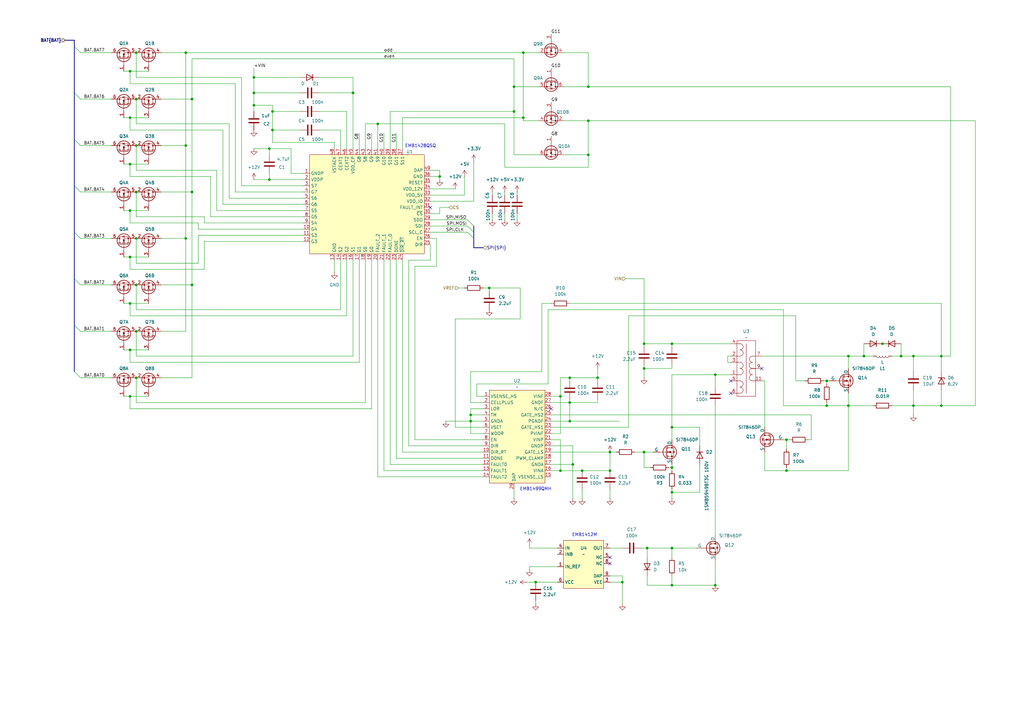
<source format=kicad_sch>
(kicad_sch (version 20250114) (generator "eeschema") (generator_version "9.0")
  (paper "A3")
  (text "EMB1499QMH\n" (at 219.71 200.66 0) (effects (font (size 1.27 1.27))))
  (text "EMB1428QSQ\n" (at 172.466 59.944 0) (effects (font (size 1.27 1.27))))
  (text "EMB1412M\n" (at 239.776 219.456 0) (effects (font (size 1.27 1.27))))
  (junction (at 55.88 97.79))
  (junction (at 275.59 201.93))
  (junction (at 53.34 124.46))
  (junction (at 255.27 238.76))
  (junction (at 55.88 78.74))
  (junction (at 104.14 31.75))
  (junction (at 233.68 172.72))
  (junction (at 214.63 21.59))
  (junction (at 53.34 29.21))
  (junction (at 275.59 140.97))
  (junction (at 361.95 140.97))
  (junction (at 180.34 72.39))
  (junction (at 245.11 154.94))
  (junction (at 53.34 143.51))
  (junction (at 111.76 53.34))
  (junction (at 53.34 48.26))
  (junction (at 53.34 105.41))
  (junction (at 193.04 172.72))
  (junction (at 104.14 38.1))
  (junction (at 229.87 193.04))
  (junction (at 265.43 224.79))
  (junction (at 275.59 191.77))
  (junction (at 264.16 185.42))
  (junction (at 339.09 166.37))
  (junction (at 250.19 185.42))
  (junction (at 76.2 21.59))
  (junction (at 347.98 146.05))
  (junction (at 53.34 86.36))
  (junction (at 386.08 146.05))
  (junction (at 238.76 193.04))
  (junction (at 241.3 63.5))
  (junction (at 374.65 166.37))
  (junction (at 55.88 59.69))
  (junction (at 55.88 154.94))
  (junction (at 322.58 193.04))
  (junction (at 234.95 190.5))
  (junction (at 110.49 73.66))
  (junction (at 241.3 49.53))
  (junction (at 264.16 140.97))
  (junction (at 53.34 67.31))
  (junction (at 264.16 151.13))
  (junction (at 144.78 38.1))
  (junction (at 55.88 116.84))
  (junction (at 78.74 116.84))
  (junction (at 111.76 45.72))
  (junction (at 76.2 59.69))
  (junction (at 293.37 153.67))
  (junction (at 275.59 175.26))
  (junction (at 104.14 43.18))
  (junction (at 241.3 35.56))
  (junction (at 275.59 224.79))
  (junction (at 76.2 97.79))
  (junction (at 233.68 154.94))
  (junction (at 233.68 165.1))
  (junction (at 55.88 40.64))
  (junction (at 322.58 180.34))
  (junction (at 354.33 146.05))
  (junction (at 53.34 162.56))
  (junction (at 250.19 193.04))
  (junction (at 55.88 21.59))
  (junction (at 347.98 166.37))
  (junction (at 374.65 146.05))
  (junction (at 78.74 40.64))
  (junction (at 210.82 45.72))
  (junction (at 229.87 162.56))
  (junction (at 78.74 78.74))
  (junction (at 154.94 50.8))
  (junction (at 110.49 60.96))
  (junction (at 55.88 135.89))
  (junction (at 200.66 118.11))
  (junction (at 386.08 166.37))
  (junction (at 369.57 146.05))
  (junction (at 339.09 156.21))
  (junction (at 210.82 35.56))
  (junction (at 193.04 170.18))
  (junction (at 214.63 48.26))
  (junction (at 293.37 240.03))
  (junction (at 275.59 240.03))
  (junction (at 219.71 238.76))
  (no_connect (at 250.19 231.14))
  (no_connect (at 299.72 161.29))
  (no_connect (at 226.06 167.64))
  (no_connect (at 250.19 228.6))
  (no_connect (at 312.42 151.13))
  (no_connect (at 299.72 156.21))
  (no_connect (at 176.53 85.09))
  (bus_entry (at 30.48 95.25) (size 2.54 2.54))
  (bus_entry (at 30.48 38.1) (size 2.54 2.54))
  (bus_entry (at 30.48 114.3) (size 2.54 2.54))
  (bus_entry (at 191.77 90.17) (size 2.54 2.54))
  (bus_entry (at 30.48 133.35) (size 2.54 2.54))
  (bus_entry (at 30.48 19.05) (size 2.54 2.54))
  (bus_entry (at 191.77 95.25) (size 2.54 2.54))
  (bus_entry (at 191.77 92.71) (size 2.54 2.54))
  (bus_entry (at 30.48 76.2) (size 2.54 2.54))
  (bus_entry (at 30.48 152.4) (size 2.54 2.54))
  (bus_entry (at 30.48 57.15) (size 2.54 2.54))
  (wire (pts (xy 53.34 143.51) (xy 60.96 143.51)))
  (wire (pts (xy 212.09 90.17) (xy 212.09 87.63)))
  (wire (pts (xy 365.76 166.37) (xy 374.65 166.37)))
  (wire (pts (xy 322.58 180.34) (xy 323.85 180.34)))
  (wire (pts (xy 55.88 59.69) (xy 55.88 69.85)))
  (wire (pts (xy 322.58 193.04) (xy 313.69 193.04)))
  (wire (pts (xy 55.88 97.79) (xy 55.88 107.95)))
  (wire (pts (xy 210.82 45.72) (xy 210.82 63.5)))
  (wire (pts (xy 110.49 73.66) (xy 124.46 73.66)))
  (wire (pts (xy 111.76 45.72) (xy 123.19 45.72)))
  (wire (pts (xy 222.25 152.4) (xy 222.25 124.46)))
  (wire (pts (xy 55.88 154.94) (xy 55.88 165.1)))
  (wire (pts (xy 275.59 191.77) (xy 275.59 193.04)))
  (wire (pts (xy 149.86 50.8) (xy 149.86 60.96)))
  (wire (pts (xy 275.59 140.97) (xy 264.16 140.97)))
  (wire (pts (xy 180.34 85.09) (xy 180.34 87.63)))
  (wire (pts (xy 339.09 156.21) (xy 337.82 156.21)))
  (wire (pts (xy 275.59 236.22) (xy 275.59 240.03)))
  (wire (pts (xy 229.87 162.56) (xy 229.87 154.94)))
  (wire (pts (xy 219.71 238.76) (xy 228.6 238.76)))
  (wire (pts (xy 55.88 146.05) (xy 144.78 146.05)))
  (wire (pts (xy 369.57 146.05) (xy 374.65 146.05)))
  (wire (pts (xy 238.76 200.66) (xy 238.76 204.47)))
  (wire (pts (xy 275.59 201.93) (xy 287.02 201.93)))
  (wire (pts (xy 226.06 165.1) (xy 233.68 165.1)))
  (wire (pts (xy 55.88 40.64) (xy 55.88 50.8)))
  (wire (pts (xy 331.47 180.34) (xy 332.74 180.34)))
  (wire (pts (xy 287.02 175.26) (xy 275.59 175.26)))
  (wire (pts (xy 187.96 118.11) (xy 190.5 118.11)))
  (wire (pts (xy 200.66 118.11) (xy 213.36 118.11)))
  (bus (pts (xy 198.12 101.6) (xy 194.31 101.6)))
  (wire (pts (xy 234.95 182.88) (xy 234.95 190.5)))
  (wire (pts (xy 53.34 162.56) (xy 53.34 167.64)))
  (wire (pts (xy 50.8 105.41) (xy 53.34 105.41)))
  (wire (pts (xy 193.04 177.8) (xy 193.04 172.72)))
  (wire (pts (xy 176.53 95.25) (xy 191.77 95.25)))
  (wire (pts (xy 119.38 60.96) (xy 110.49 60.96)))
  (wire (pts (xy 176.53 72.39) (xy 180.34 72.39)))
  (wire (pts (xy 53.34 167.64) (xy 152.4 167.64)))
  (wire (pts (xy 55.88 127) (xy 139.7 127)))
  (wire (pts (xy 229.87 180.34) (xy 229.87 193.04)))
  (wire (pts (xy 123.19 38.1) (xy 104.14 38.1)))
  (wire (pts (xy 142.24 106.68) (xy 142.24 129.54)))
  (wire (pts (xy 275.59 201.93) (xy 275.59 204.47)))
  (wire (pts (xy 78.74 40.64) (xy 78.74 78.74)))
  (wire (pts (xy 193.04 152.4) (xy 222.25 152.4)))
  (wire (pts (xy 213.36 118.11) (xy 213.36 130.81)))
  (wire (pts (xy 238.76 193.04) (xy 250.19 193.04)))
  (wire (pts (xy 176.53 92.71) (xy 191.77 92.71)))
  (wire (pts (xy 400.05 166.37) (xy 400.05 49.53)))
  (bus (pts (xy 30.48 76.2) (xy 30.48 95.25)))
  (bus (pts (xy 194.31 92.71) (xy 194.31 95.25)))
  (wire (pts (xy 264.16 114.3) (xy 264.16 140.97)))
  (wire (pts (xy 262.89 224.79) (xy 265.43 224.79)))
  (wire (pts (xy 287.02 182.88) (xy 287.02 175.26)))
  (wire (pts (xy 275.59 140.97) (xy 299.72 140.97)))
  (wire (pts (xy 33.02 21.59) (xy 45.72 21.59)))
  (wire (pts (xy 104.14 38.1) (xy 104.14 43.18)))
  (wire (pts (xy 217.17 232.41) (xy 228.6 232.41)))
  (wire (pts (xy 245.11 151.13) (xy 245.11 154.94)))
  (bus (pts (xy 30.48 38.1) (xy 30.48 57.15)))
  (wire (pts (xy 78.74 24.13) (xy 210.82 24.13)))
  (wire (pts (xy 374.65 166.37) (xy 386.08 166.37)))
  (wire (pts (xy 33.02 135.89) (xy 45.72 135.89)))
  (wire (pts (xy 53.34 105.41) (xy 53.34 110.49)))
  (wire (pts (xy 78.74 78.74) (xy 78.74 116.84)))
  (wire (pts (xy 214.63 21.59) (xy 220.98 21.59)))
  (wire (pts (xy 53.34 48.26) (xy 53.34 53.34)))
  (wire (pts (xy 83.82 91.44) (xy 124.46 91.44)))
  (wire (pts (xy 207.01 50.8) (xy 207.01 68.58)))
  (wire (pts (xy 53.34 143.51) (xy 53.34 148.59)))
  (wire (pts (xy 386.08 166.37) (xy 400.05 166.37)))
  (wire (pts (xy 374.65 152.4) (xy 374.65 146.05)))
  (wire (pts (xy 76.2 59.69) (xy 76.2 21.59)))
  (wire (pts (xy 157.48 54.61) (xy 157.48 60.96)))
  (wire (pts (xy 157.48 106.68) (xy 157.48 193.04)))
  (wire (pts (xy 210.82 35.56) (xy 210.82 45.72)))
  (wire (pts (xy 190.5 72.39) (xy 190.5 80.01)))
  (wire (pts (xy 93.98 50.8) (xy 93.98 81.28)))
  (wire (pts (xy 50.8 86.36) (xy 53.34 86.36)))
  (wire (pts (xy 339.09 166.37) (xy 339.09 165.1)))
  (wire (pts (xy 147.32 54.61) (xy 147.32 60.96)))
  (wire (pts (xy 226.06 193.04) (xy 229.87 193.04)))
  (wire (pts (xy 91.44 83.82) (xy 124.46 83.82)))
  (wire (pts (xy 322.58 193.04) (xy 347.98 193.04)))
  (wire (pts (xy 332.74 170.18) (xy 332.74 180.34)))
  (wire (pts (xy 170.18 109.22) (xy 170.18 180.34)))
  (wire (pts (xy 165.1 185.42) (xy 198.12 185.42)))
  (wire (pts (xy 210.82 35.56) (xy 220.98 35.56)))
  (wire (pts (xy 104.14 38.1) (xy 104.14 31.75)))
  (wire (pts (xy 186.69 130.81) (xy 186.69 175.26)))
  (wire (pts (xy 53.34 162.56) (xy 60.96 162.56)))
  (wire (pts (xy 93.98 81.28) (xy 124.46 81.28)))
  (wire (pts (xy 264.16 151.13) (xy 264.16 154.94)))
  (wire (pts (xy 91.44 53.34) (xy 91.44 83.82)))
  (wire (pts (xy 184.15 85.09) (xy 180.34 85.09)))
  (wire (pts (xy 241.3 35.56) (xy 389.89 35.56)))
  (wire (pts (xy 233.68 172.72) (xy 233.68 165.1)))
  (wire (pts (xy 233.68 154.94) (xy 245.11 154.94)))
  (wire (pts (xy 266.7 191.77) (xy 264.16 191.77)))
  (bus (pts (xy 30.48 19.05) (xy 30.48 38.1)))
  (wire (pts (xy 347.98 166.37) (xy 358.14 166.37)))
  (wire (pts (xy 347.98 151.13) (xy 347.98 146.05)))
  (wire (pts (xy 104.14 60.96) (xy 110.49 60.96)))
  (wire (pts (xy 53.34 53.34) (xy 91.44 53.34)))
  (bus (pts (xy 30.48 114.3) (xy 30.48 133.35)))
  (wire (pts (xy 193.04 165.1) (xy 193.04 152.4)))
  (wire (pts (xy 186.69 77.47) (xy 176.53 77.47)))
  (bus (pts (xy 30.48 133.35) (xy 30.48 152.4)))
  (wire (pts (xy 194.31 66.04) (xy 194.31 82.55)))
  (wire (pts (xy 201.93 90.17) (xy 201.93 87.63)))
  (wire (pts (xy 53.34 48.26) (xy 60.96 48.26)))
  (wire (pts (xy 389.89 35.56) (xy 389.89 146.05)))
  (wire (pts (xy 226.06 175.26) (xy 257.81 175.26)))
  (wire (pts (xy 275.59 191.77) (xy 274.32 191.77)))
  (wire (pts (xy 229.87 154.94) (xy 233.68 154.94)))
  (wire (pts (xy 66.04 59.69) (xy 76.2 59.69)))
  (wire (pts (xy 144.78 31.75) (xy 144.78 38.1)))
  (wire (pts (xy 190.5 80.01) (xy 176.53 80.01)))
  (wire (pts (xy 250.19 238.76) (xy 255.27 238.76)))
  (wire (pts (xy 226.06 170.18) (xy 332.74 170.18)))
  (wire (pts (xy 53.34 86.36) (xy 53.34 91.44)))
  (wire (pts (xy 226.06 172.72) (xy 233.68 172.72)))
  (wire (pts (xy 250.19 200.66) (xy 250.19 204.47)))
  (wire (pts (xy 354.33 146.05) (xy 358.14 146.05)))
  (wire (pts (xy 110.49 71.12) (xy 110.49 73.66)))
  (wire (pts (xy 149.86 165.1) (xy 149.86 106.68)))
  (wire (pts (xy 53.34 29.21) (xy 53.34 34.29)))
  (wire (pts (xy 55.88 116.84) (xy 55.88 127)))
  (wire (pts (xy 104.14 31.75) (xy 104.14 27.94)))
  (wire (pts (xy 374.65 166.37) (xy 374.65 170.18)))
  (wire (pts (xy 293.37 153.67) (xy 275.59 153.67)))
  (wire (pts (xy 313.69 193.04) (xy 313.69 185.42)))
  (wire (pts (xy 224.79 127) (xy 321.31 127)))
  (wire (pts (xy 137.16 60.96) (xy 137.16 58.42)))
  (wire (pts (xy 162.56 187.96) (xy 198.12 187.96)))
  (wire (pts (xy 96.52 34.29) (xy 96.52 78.74)))
  (wire (pts (xy 250.19 224.79) (xy 255.27 224.79)))
  (wire (pts (xy 326.39 129.54) (xy 326.39 156.21)))
  (wire (pts (xy 207.01 78.74) (xy 207.01 80.01)))
  (wire (pts (xy 212.09 78.74) (xy 212.09 80.01)))
  (wire (pts (xy 313.69 156.21) (xy 313.69 175.26)))
  (wire (pts (xy 264.16 191.77) (xy 264.16 185.42)))
  (wire (pts (xy 298.45 148.59) (xy 299.72 148.59)))
  (wire (pts (xy 234.95 190.5) (xy 234.95 204.47)))
  (wire (pts (xy 200.66 118.11) (xy 200.66 119.38)))
  (wire (pts (xy 224.79 157.48) (xy 224.79 127)))
  (wire (pts (xy 55.88 69.85) (xy 88.9 69.85)))
  (wire (pts (xy 137.16 106.68) (xy 137.16 111.76)))
  (wire (pts (xy 50.8 162.56) (xy 53.34 162.56)))
  (wire (pts (xy 111.76 58.42) (xy 111.76 53.34)))
  (wire (pts (xy 154.94 195.58) (xy 198.12 195.58)))
  (wire (pts (xy 76.2 135.89) (xy 76.2 97.79)))
  (wire (pts (xy 179.07 109.22) (xy 170.18 109.22)))
  (wire (pts (xy 78.74 78.74) (xy 66.04 78.74)))
  (wire (pts (xy 193.04 172.72) (xy 198.12 172.72)))
  (wire (pts (xy 76.2 97.79) (xy 76.2 59.69)))
  (wire (pts (xy 198.12 118.11) (xy 200.66 118.11)))
  (wire (pts (xy 152.4 106.68) (xy 152.4 167.64)))
  (wire (pts (xy 33.02 78.74) (xy 45.72 78.74)))
  (wire (pts (xy 339.09 156.21) (xy 339.09 157.48)))
  (wire (pts (xy 195.58 157.48) (xy 224.79 157.48)))
  (wire (pts (xy 340.36 156.21) (xy 339.09 156.21)))
  (wire (pts (xy 214.63 48.26) (xy 214.63 49.53)))
  (wire (pts (xy 217.17 233.68) (xy 217.17 232.41)))
  (wire (pts (xy 250.19 193.04) (xy 250.19 185.42)))
  (wire (pts (xy 360.68 140.97) (xy 361.95 140.97)))
  (wire (pts (xy 160.02 106.68) (xy 160.02 190.5)))
  (wire (pts (xy 55.88 31.75) (xy 99.06 31.75)))
  (wire (pts (xy 293.37 229.87) (xy 293.37 240.03)))
  (wire (pts (xy 207.01 90.17) (xy 207.01 87.63)))
  (wire (pts (xy 299.72 146.05) (xy 298.45 146.05)))
  (wire (pts (xy 260.35 185.42) (xy 264.16 185.42)))
  (wire (pts (xy 275.59 153.67) (xy 275.59 175.26)))
  (wire (pts (xy 193.04 167.64) (xy 193.04 170.18)))
  (wire (pts (xy 265.43 236.22) (xy 265.43 240.03)))
  (wire (pts (xy 265.43 224.79) (xy 275.59 224.79)))
  (wire (pts (xy 287.02 201.93) (xy 287.02 190.5)))
  (wire (pts (xy 210.82 24.13) (xy 210.82 35.56)))
  (wire (pts (xy 170.18 180.34) (xy 198.12 180.34)))
  (wire (pts (xy 312.42 156.21) (xy 313.69 156.21)))
  (wire (pts (xy 275.59 151.13) (xy 264.16 151.13)))
  (wire (pts (xy 214.63 21.59) (xy 214.63 48.26)))
  (wire (pts (xy 245.11 156.21) (xy 245.11 154.94)))
  (wire (pts (xy 176.53 90.17) (xy 191.77 90.17)))
  (wire (pts (xy 165.1 48.26) (xy 165.1 60.96)))
  (wire (pts (xy 88.9 69.85) (xy 88.9 86.36)))
  (wire (pts (xy 53.34 29.21) (xy 60.96 29.21)))
  (wire (pts (xy 137.16 58.42) (xy 111.76 58.42)))
  (wire (pts (xy 50.8 29.21) (xy 53.34 29.21)))
  (wire (pts (xy 241.3 68.58) (xy 241.3 63.5)))
  (wire (pts (xy 226.06 177.8) (xy 229.87 177.8)))
  (wire (pts (xy 255.27 238.76) (xy 255.27 247.65)))
  (wire (pts (xy 53.34 67.31) (xy 53.34 72.39)))
  (wire (pts (xy 231.14 63.5) (xy 241.3 63.5)))
  (wire (pts (xy 264.16 114.3) (xy 256.54 114.3)))
  (bus (pts (xy 30.48 16.51) (xy 30.48 19.05)))
  (wire (pts (xy 233.68 172.72) (xy 254 172.72)))
  (wire (pts (xy 55.88 107.95) (xy 81.28 107.95)))
  (wire (pts (xy 386.08 146.05) (xy 389.89 146.05)))
  (wire (pts (xy 386.08 166.37) (xy 386.08 160.02)))
  (wire (pts (xy 347.98 166.37) (xy 347.98 161.29)))
  (wire (pts (xy 167.64 182.88) (xy 198.12 182.88)))
  (wire (pts (xy 180.34 87.63) (xy 176.53 87.63)))
  (wire (pts (xy 195.58 162.56) (xy 195.58 157.48)))
  (wire (pts (xy 182.88 172.72) (xy 193.04 172.72)))
  (wire (pts (xy 55.88 21.59) (xy 55.88 31.75)))
  (wire (pts (xy 66.04 135.89) (xy 76.2 135.89)))
  (wire (pts (xy 214.63 49.53) (xy 220.98 49.53)))
  (wire (pts (xy 176.53 97.79) (xy 179.07 97.79)))
  (wire (pts (xy 78.74 40.64) (xy 78.74 24.13)))
  (wire (pts (xy 142.24 45.72) (xy 130.81 45.72)))
  (bus (pts (xy 194.31 95.25) (xy 194.31 97.79)))
  (wire (pts (xy 86.36 88.9) (xy 124.46 88.9)))
  (wire (pts (xy 78.74 154.94) (xy 66.04 154.94)))
  (wire (pts (xy 110.49 60.96) (xy 110.49 63.5)))
  (wire (pts (xy 55.88 165.1) (xy 149.86 165.1)))
  (wire (pts (xy 142.24 60.96) (xy 142.24 45.72)))
  (wire (pts (xy 293.37 166.37) (xy 293.37 219.71)))
  (wire (pts (xy 144.78 38.1) (xy 130.81 38.1)))
  (wire (pts (xy 111.76 53.34) (xy 123.19 53.34)))
  (wire (pts (xy 78.74 116.84) (xy 66.04 116.84)))
  (wire (pts (xy 180.34 69.85) (xy 180.34 72.39)))
  (bus (pts (xy 30.48 57.15) (xy 30.48 76.2)))
  (wire (pts (xy 245.11 163.83) (xy 245.11 165.1)))
  (wire (pts (xy 194.31 82.55) (xy 176.53 82.55)))
  (bus (pts (xy 30.48 95.25) (xy 30.48 114.3)))
  (wire (pts (xy 198.12 170.18) (xy 193.04 170.18)))
  (wire (pts (xy 275.59 200.66) (xy 275.59 201.93)))
  (wire (pts (xy 257.81 175.26) (xy 257.81 129.54)))
  (wire (pts (xy 165.1 106.68) (xy 165.1 185.42)))
  (wire (pts (xy 275.59 240.03) (xy 293.37 240.03)))
  (wire (pts (xy 365.76 146.05) (xy 369.57 146.05)))
  (wire (pts (xy 241.3 49.53) (xy 241.3 63.5)))
  (wire (pts (xy 322.58 180.34) (xy 322.58 184.15)))
  (wire (pts (xy 50.8 124.46) (xy 53.34 124.46)))
  (wire (pts (xy 299.72 153.67) (xy 293.37 153.67)))
  (wire (pts (xy 53.34 110.49) (xy 83.82 110.49)))
  (wire (pts (xy 55.88 88.9) (xy 83.82 88.9)))
  (wire (pts (xy 201.93 78.74) (xy 201.93 80.01)))
  (wire (pts (xy 160.02 45.72) (xy 210.82 45.72)))
  (wire (pts (xy 139.7 53.34) (xy 130.81 53.34)))
  (wire (pts (xy 81.28 93.98) (xy 124.46 93.98)))
  (wire (pts (xy 76.2 21.59) (xy 214.63 21.59)))
  (wire (pts (xy 53.34 91.44) (xy 81.28 91.44)))
  (wire (pts (xy 162.56 106.68) (xy 162.56 187.96)))
  (wire (pts (xy 186.69 175.26) (xy 198.12 175.26)))
  (wire (pts (xy 374.65 160.02) (xy 374.65 166.37)))
  (wire (pts (xy 83.82 99.06) (xy 83.82 110.49)))
  (wire (pts (xy 347.98 146.05) (xy 354.33 146.05)))
  (wire (pts (xy 33.02 116.84) (xy 45.72 116.84)))
  (wire (pts (xy 226.06 162.56) (xy 229.87 162.56)))
  (wire (pts (xy 233.68 165.1) (xy 245.11 165.1)))
  (wire (pts (xy 241.3 49.53) (xy 400.05 49.53)))
  (wire (pts (xy 53.34 124.46) (xy 60.96 124.46)))
  (wire (pts (xy 33.02 97.79) (xy 45.72 97.79)))
  (wire (pts (xy 139.7 127) (xy 139.7 106.68)))
  (wire (pts (xy 226.06 182.88) (xy 234.95 182.88)))
  (wire (pts (xy 83.82 88.9) (xy 83.82 91.44)))
  (wire (pts (xy 264.16 149.86) (xy 264.16 151.13)))
  (wire (pts (xy 86.36 72.39) (xy 86.36 88.9)))
  (wire (pts (xy 264.16 142.24) (xy 264.16 140.97)))
  (wire (pts (xy 144.78 146.05) (xy 144.78 106.68)))
  (wire (pts (xy 241.3 35.56) (xy 231.14 35.56)))
  (wire (pts (xy 66.04 21.59) (xy 76.2 21.59)))
  (wire (pts (xy 154.94 106.68) (xy 154.94 195.58)))
  (wire (pts (xy 53.34 67.31) (xy 60.96 67.31)))
  (wire (pts (xy 339.09 166.37) (xy 321.31 166.37)))
  (wire (pts (xy 229.87 193.04) (xy 238.76 193.04)))
  (wire (pts (xy 154.94 50.8) (xy 207.01 50.8)))
  (wire (pts (xy 124.46 71.12) (xy 119.38 71.12)))
  (wire (pts (xy 347.98 146.05) (xy 312.42 146.05)))
  (wire (pts (xy 386.08 124.46) (xy 386.08 146.05)))
  (wire (pts (xy 275.59 224.79) (xy 285.75 224.79)))
  (wire (pts (xy 265.43 224.79) (xy 265.43 228.6)))
  (wire (pts (xy 321.31 166.37) (xy 321.31 127)))
  (wire (pts (xy 215.9 238.76) (xy 219.71 238.76)))
  (wire (pts (xy 198.12 162.56) (xy 195.58 162.56)))
  (wire (pts (xy 229.87 177.8) (xy 229.87 162.56)))
  (wire (pts (xy 210.82 63.5) (xy 220.98 63.5)))
  (wire (pts (xy 149.86 50.8) (xy 154.94 50.8)))
  (wire (pts (xy 275.59 175.26) (xy 275.59 180.34)))
  (wire (pts (xy 176.53 69.85) (xy 180.34 69.85)))
  (wire (pts (xy 298.45 146.05) (xy 298.45 148.59)))
  (wire (pts (xy 55.88 135.89) (xy 55.88 146.05)))
  (wire (pts (xy 33.02 154.94) (xy 45.72 154.94)))
  (wire (pts (xy 213.36 130.81) (xy 186.69 130.81)))
  (wire (pts (xy 231.14 49.53) (xy 241.3 49.53)))
  (wire (pts (xy 50.8 67.31) (xy 53.34 67.31)))
  (wire (pts (xy 66.04 40.64) (xy 78.74 40.64)))
  (wire (pts (xy 180.34 72.39) (xy 180.34 73.66)))
  (wire (pts (xy 99.06 76.2) (xy 99.06 31.75)))
  (wire (pts (xy 322.58 193.04) (xy 322.58 191.77)))
  (wire (pts (xy 241.3 21.59) (xy 241.3 35.56)))
  (bus (pts (xy 26.67 16.51) (xy 30.48 16.51)))
  (wire (pts (xy 293.37 153.67) (xy 293.37 158.75)))
  (wire (pts (xy 275.59 142.24) (xy 275.59 140.97)))
  (wire (pts (xy 321.31 180.34) (xy 322.58 180.34)))
  (wire (pts (xy 104.14 31.75) (xy 123.19 31.75)))
  (wire (pts (xy 33.02 40.64) (xy 45.72 40.64)))
  (wire (pts (xy 144.78 38.1) (xy 144.78 60.96)))
  (wire (pts (xy 264.16 185.42) (xy 267.97 185.42)))
  (wire (pts (xy 374.65 146.05) (xy 386.08 146.05)))
  (wire (pts (xy 50.8 143.51) (xy 53.34 143.51)))
  (wire (pts (xy 165.1 48.26) (xy 214.63 48.26)))
  (wire (pts (xy 198.12 177.8) (xy 193.04 177.8)))
  (wire (pts (xy 154.94 50.8) (xy 154.94 60.96)))
  (wire (pts (xy 198.12 193.04) (xy 157.48 193.04)))
  (wire (pts (xy 226.06 190.5) (xy 234.95 190.5)))
  (wire (pts (xy 53.34 129.54) (xy 142.24 129.54)))
  (wire (pts (xy 217.17 223.52) (xy 217.17 224.79)))
  (wire (pts (xy 231.14 21.59) (xy 241.3 21.59)))
  (wire (pts (xy 275.59 224.79) (xy 275.59 228.6)))
  (wire (pts (xy 198.12 167.64) (xy 193.04 167.64)))
  (wire (pts (xy 265.43 240.03) (xy 275.59 240.03)))
  (wire (pts (xy 226.06 180.34) (xy 229.87 180.34)))
  (wire (pts (xy 250.19 236.22) (xy 255.27 236.22)))
  (bus (pts (xy 194.31 101.6) (xy 194.31 97.79)))
  (wire (pts (xy 119.38 71.12) (xy 119.38 60.96)))
  (wire (pts (xy 255.27 236.22) (xy 255.27 238.76)))
  (wire (pts (xy 275.59 190.5) (xy 275.59 191.77)))
  (wire (pts (xy 53.34 105.41) (xy 60.96 105.41)))
  (wire (pts (xy 193.04 170.18) (xy 193.04 172.72)))
  (wire (pts (xy 55.88 78.74) (xy 55.88 88.9)))
  (wire (pts (xy 81.28 91.44) (xy 81.28 93.98)))
  (wire (pts (xy 176.53 106.68) (xy 167.64 106.68)))
  (wire (pts (xy 160.02 45.72) (xy 160.02 60.96)))
  (wire (pts (xy 275.59 149.86) (xy 275.59 151.13)))
  (wire (pts (xy 139.7 60.96) (xy 139.7 53.34)))
  (wire (pts (xy 88.9 86.36) (xy 124.46 86.36)))
  (wire (pts (xy 233.68 156.21) (xy 233.68 154.94)))
  (wire (pts (xy 217.17 224.79) (xy 228.6 224.79)))
  (wire (pts (xy 386.08 152.4) (xy 386.08 146.05)))
  (wire (pts (xy 50.8 48.26) (xy 53.34 48.26)))
  (wire (pts (xy 99.06 76.2) (xy 124.46 76.2)))
  (wire (pts (xy 53.34 72.39) (xy 86.36 72.39)))
  (wire (pts (xy 124.46 99.06) (xy 83.82 99.06)))
  (wire (pts (xy 219.71 246.38) (xy 219.71 247.65)))
  (wire (pts (xy 130.81 31.75) (xy 144.78 31.75)))
  (wire (pts (xy 33.02 59.69) (xy 45.72 59.69)))
  (wire (pts (xy 347.98 166.37) (xy 347.98 193.04)))
  (wire (pts (xy 152.4 54.61) (xy 152.4 60.96)))
  (wire (pts (xy 160.02 190.5) (xy 198.12 190.5)))
  (wire (pts (xy 111.76 43.18) (xy 104.14 43.18)))
  (wire (pts (xy 226.06 185.42) (xy 250.19 185.42)))
  (wire (pts (xy 198.12 165.1) (xy 193.04 165.1)))
  (wire (pts (xy 81.28 96.52) (xy 124.46 96.52)))
  (wire (pts (xy 104.14 73.66) (xy 110.49 73.66)))
  (wire (pts (xy 369.57 146.05) (xy 369.57 140.97)))
  (wire (pts (xy 210.82 200.66) (xy 210.82 204.47)))
  (wire (pts (xy 222.25 124.46) (xy 226.06 124.46)))
  (wire (pts (xy 233.68 163.83) (xy 233.68 165.1)))
  (wire (pts (xy 176.53 100.33) (xy 176.53 106.68)))
  (wire (pts (xy 354.33 140.97) (xy 354.33 146.05)))
  (wire (pts (xy 53.34 124.46) (xy 53.34 129.54)))
  (wire (pts (xy 111.76 45.72) (xy 111.76 43.18)))
  (wire (pts (xy 233.68 124.46) (xy 386.08 124.46)))
  (wire (pts (xy 55.88 50.8) (xy 93.98 50.8)))
  (wire (pts (xy 104.14 43.18) (xy 104.14 45.72)))
  (wire (pts (xy 339.09 166.37) (xy 347.98 166.37)))
  (wire (pts (xy 96.52 78.74) (xy 124.46 78.74)))
  (wire (pts (xy 207.01 68.58) (xy 241.3 68.58)))
  (wire (pts (xy 53.34 86.36) (xy 60.96 86.36)))
  (wire (pts (xy 330.2 156.21) (xy 326.39 156.21)))
  (wire (pts (xy 53.34 34.29) (xy 96.52 34.29)))
  (wire (pts (xy 111.76 53.34) (xy 111.76 45.72)))
  (wire (pts (xy 250.19 185.42) (xy 252.73 185.42)))
  (wire (pts (xy 78.74 116.84) (xy 78.74 154.94)))
  (wire (pts (xy 53.34 148.59) (xy 147.32 148.59)))
  (wire (pts (xy 167.64 106.68) (xy 167.64 182.88)))
  (wire (pts (xy 179.07 97.79) (xy 179.07 109.22)))
  (wire (pts (xy 66.04 97.79) (xy 76.2 97.79)))
  (wire (pts (xy 162.56 54.61) (xy 162.56 60.96)))
  (wire (pts (xy 81.28 107.95) (xy 81.28 96.52)))
  (wire (pts (xy 147.32 106.68) (xy 147.32 148.59)))
  (wire (pts (xy 257.81 129.54) (xy 326.39 129.54)))
  (label "G8" (at 147.32 54.61 270))
  (label "+VIN" (at 104.14 27.94 0))
  (label "BAT.BAT2" (at 34.29 116.84 0))
  (label "even" (at 157.48 24.13 0))
  (label "BAT.BAT5" (at 34.29 59.69 0))
  (label "G8" (at 226.06 55.88 0))
  (label "G11" (at 226.06 13.97 0))
  (label "odd" (at 157.48 21.59 0))
  (label "G9" (at 226.06 41.91 0))
  (label "SPI.CLK" (at 182.88 95.25 0))
  (label "G10" (at 226.06 27.94 0))
  (label "BAT.BAT3" (at 34.29 97.79 0))
  (label "SPI.MISO" (at 182.88 90.17 0))
  (label "SPI.MOSI" (at 183.0481 92.71 0))
  (label "BAT.BAT1" (at 34.29 135.89 0))
  (label "BAT.BAT0" (at 34.29 154.94 0))
  (label "BAT.BAT6" (at 34.29 40.64 0))
  (label "G10" (at 157.48 54.61 270))
  (label "BAT.BAT7" (at 34.29 21.59 0))
  (label "G9" (at 152.4 54.61 270))
  (label "G11" (at 162.56 54.61 270))
  (label "BAT.BAT4" (at 34.29 78.74 0))
  (hierarchical_label "CS" (shape input) (at 184.15 85.09 0))
  (hierarchical_label "SPI{SPI}" (shape input) (at 198.12 101.6 0))
  (hierarchical_label "VREF" (shape input) (at 187.96 118.11 180))
  (hierarchical_label "VIN" (shape input) (at 256.54 114.3 180))
  (hierarchical_label "BAT{BAT}" (shape input) (at 26.67 16.51 180) (effects (font (bold yes))))
  (symbol (lib_id "Device:D") (at 127 31.75 180) (unit 1)
    (property "Reference" "D1" (at 129.54 34.29 0))
    (property "Value" "D" (at 124.206 34.29 0))
    (property "Description" "Diode" (effects (hide yes)))
    (property "Sim.Device" "D" (effects (hide yes)))
    (property "Sim.Pins" "1=K 2=A" (effects (hide yes)))
  )
  (symbol (lib_id "Device:C") (at 219.71 242.57 0) (unit 1)
    (property "Reference" "C16" (at 222.758 241.3 0) (effects (justify left)))
    (property "Value" "2.2uF" (at 222.758 243.84 0) (effects (justify left)))
    (property "Description" "Unpolarized capacitor" (effects (hide yes)))
  )
  (symbol (lib_id "Transistor_FET:Q_Dual_NMOS_G1S2G2D2S1D1") (at 50.8 43.18 90) (unit 1)
    (property "Reference" "Q2" (at 50.8 36.83 90))
    (property "Value" "Q_Dual_NMOS_G1S2G2D2S1D1" (effects (hide yes)))
    (property "Description" "Dual NMOS transistor, 6 pin package" (effects (hide yes)))
  )
  (symbol (lib_id "power:GND") (at 275.59 204.47 0) (unit 1)
    (property "Reference" "#PWR023" (effects (hide yes)))
    (property "Value" "GND" (effects (hide yes)))
    (property "Description" "Power symbol creates a global label with name \"GND\" , ground" (effects (hide yes)))
  )
  (symbol (lib_id "samir:750311492") (at 308.61 151.13 0) (unit 1)
    (property "Reference" "U3" (at 306.07 135.89 0))
    (property "Value" "~" (at 306.07 138.43 0))
  )
  (symbol (lib_id "Device:D") (at 265.43 232.41 90) (unit 1)
    (property "Reference" "D3" (at 267.97 231.1399 90) (effects (justify right)))
    (property "Value" "D" (at 267.97 233.6799 90) (effects (justify right)))
    (property "Description" "Diode" (effects (hide yes)))
    (property "Sim.Device" "D" (effects (hide yes)))
    (property "Sim.Pins" "1=K 2=A" (effects (hide yes)))
  )
  (symbol (lib_id "Device:C") (at 245.11 160.02 0) (unit 1)
    (property "Reference" "C11" (at 248.412 158.75 0) (effects (justify left)))
    (property "Value" "2.2uF" (at 248.412 161.29 0) (effects (justify left)))
    (property "Description" "Unpolarized capacitor" (effects (hide yes)))
  )
  (symbol (lib_id "power:GND") (at 238.76 204.47 0) (unit 1)
    (property "Reference" "#PWR020" (effects (hide yes)))
    (property "Value" "GND" (effects (hide yes)))
    (property "Description" "Power symbol creates a global label with name \"GND\" , ground" (effects (hide yes)))
  )
  (symbol (lib_id "power:+12V") (at 215.9 238.76 90) (unit 1)
    (property "Reference" "#PWR027" (effects (hide yes)))
    (property "Value" "+12V" (at 212.09 238.7599 90) (effects (justify left)))
    (property "Description" "Power symbol creates a global label with name \"+12V\"" (effects (hide yes)))
  )
  (symbol (lib_id "Transistor_FET:Q_Dual_NMOS_G1S2G2D2S1D1") (at 50.8 157.48 90) (unit 1)
    (property "Reference" "Q8" (at 50.8 151.13 90))
    (property "Value" "Q_Dual_NMOS_G1S2G2D2S1D1" (effects (hide yes)))
    (property "Description" "Dual NMOS transistor, 6 pin package" (effects (hide yes)))
  )
  (symbol (lib_id "Device:C") (at 127 45.72 90) (unit 1)
    (property "Reference" "C4" (at 123.698 49.53 90))
    (property "Value" "100n" (at 130.302 49.53 90))
    (property "Description" "Unpolarized capacitor" (effects (hide yes)))
  )
  (symbol (lib_id "power:GND") (at 104.14 53.34 0) (unit 1)
    (property "Reference" "#PWR04" (effects (hide yes)))
    (property "Value" "GND" (effects (hide yes)))
    (property "Description" "Power symbol creates a global label with name \"GND\" , ground" (effects (hide yes)))
  )
  (symbol (lib_id "power:+12V") (at 104.14 73.66 0) (unit 1)
    (property "Reference" "#PWR03" (effects (hide yes)))
    (property "Value" "+12V" (at 104.14 68.58 0))
    (property "Description" "Power symbol creates a global label with name \"+12V\"" (effects (hide yes)))
  )
  (symbol (lib_id "power:GND") (at 374.65 170.18 0) (unit 1)
    (property "Reference" "#PWR031" (effects (hide yes)))
    (property "Value" "GND" (effects (hide yes)))
    (property "Description" "Power symbol creates a global label with name \"GND\" , ground" (effects (hide yes)))
  )
  (symbol (lib_id "power:GND") (at 210.82 204.47 0) (unit 1)
    (property "Reference" "#PWR018" (effects (hide yes)))
    (property "Value" "GND" (effects (hide yes)))
    (property "Description" "Power symbol creates a global label with name \"GND\" , ground" (effects (hide yes)))
  )
  (symbol (lib_id "Device:R") (at 256.54 185.42 90) (unit 1)
    (property "Reference" "R2" (at 256.54 179.07 90))
    (property "Value" "R" (at 256.54 181.61 90))
    (property "Description" "Resistor" (effects (hide yes)))
  )
  (symbol (lib_id "Transistor_FET:Q_Dual_NMOS_G1S2G2D2S1D1") (at 226.06 46.99 90) (mirror x) (unit 2)
    (property "Reference" "Q10" (at 233.426 45.974 90) (effects (justify left)))
    (property "Value" "Q_Dual_NMOS_G1S2G2D2S1D1" (effects (hide yes)))
    (property "Description" "Dual NMOS transistor, 6 pin package" (effects (hide yes)))
  )
  (symbol (lib_id "Transistor_FET:Q_Dual_NMOS_G1S2G2D2S1D1") (at 60.96 62.23 270) (mirror x) (unit 2)
    (property "Reference" "Q3" (at 59.436 55.88 90) (effects (justify left)))
    (property "Value" "Q_Dual_NMOS_G1S2G2D2S1D1" (effects (hide yes)))
    (property "Description" "Dual NMOS transistor, 6 pin package" (effects (hide yes)))
  )
  (symbol (lib_id "power:+12V") (at 250.19 185.42 0) (unit 1)
    (property "Reference" "#PWR019" (effects (hide yes)))
    (property "Value" "+12V" (at 250.19 180.34 0))
    (property "Description" "Power symbol creates a global label with name \"+12V\"" (effects (hide yes)))
  )
  (symbol (lib_id "Device:R") (at 361.95 166.37 270) (mirror x) (unit 1)
    (property "Reference" "R11" (at 361.95 160.02 90))
    (property "Value" "0.01R" (at 361.95 162.56 90))
    (property "Description" "Resistor" (effects (hide yes)))
  )
  (symbol (lib_id "power:+12V") (at 217.17 223.52 0) (unit 1)
    (property "Reference" "#PWR025" (effects (hide yes)))
    (property "Value" "+12V" (at 217.17 218.44 0))
    (property "Description" "Power symbol creates a global label with name \"+12V\"" (effects (hide yes)))
  )
  (symbol (lib_id "power:GND") (at 200.66 127 0) (unit 1)
    (property "Reference" "#PWR016" (effects (hide yes)))
    (property "Value" "GND" (effects (hide yes)))
    (property "Description" "Power symbol creates a global label with name \"GND\" , ground" (effects (hide yes)))
  )
  (symbol (lib_id "Transistor_FET:Q_Dual_NMOS_G1S2G2D2S1D1") (at 50.8 24.13 90) (unit 1)
    (property "Reference" "Q1" (at 50.8 17.78 90))
    (property "Value" "Q_Dual_NMOS_G1S2G2D2S1D1" (effects (hide yes)))
    (property "Description" "Dual NMOS transistor, 6 pin package" (effects (hide yes)))
  )
  (symbol (lib_id "power:+3.3V") (at 212.09 78.74 0) (unit 1)
    (property "Reference" "#PWR011" (effects (hide yes)))
    (property "Value" "+3.3V" (at 212.09 73.66 0))
    (property "Description" "Power symbol creates a global label with name \"+3.3V\"" (effects (hide yes)))
  )
  (symbol (lib_id "Device:C") (at 201.93 83.82 0) (unit 1)
    (property "Reference" "C6" (at 199.898 81.534 90) (effects (justify left)))
    (property "Value" "100n" (at 200.152 90.678 90) (effects (justify left)))
    (property "Description" "Unpolarized capacitor" (effects (hide yes)))
  )
  (symbol (lib_id "Device:R") (at 322.58 187.96 180) (unit 1)
    (property "Reference" "R7" (at 325.12 186.6899 0) (effects (justify right)))
    (property "Value" "100k" (at 325.12 189.2299 0) (effects (justify right)))
    (property "Description" "Resistor" (effects (hide yes)))
  )
  (symbol (lib_id "Device:C") (at 127 38.1 90) (unit 1)
    (property "Reference" "C3" (at 123.698 41.91 90))
    (property "Value" "100n" (at 130.302 41.91 90))
    (property "Description" "Unpolarized capacitor" (effects (hide yes)))
  )
  (symbol (lib_id "Device:R") (at 229.87 124.46 90) (unit 1)
    (property "Reference" "R10" (at 229.87 118.11 90))
    (property "Value" "100k" (at 229.87 120.65 90))
    (property "Description" "Resistor" (effects (hide yes)))
  )
  (symbol (lib_id "power:GND") (at 207.01 90.17 0) (unit 1)
    (property "Reference" "#PWR013" (effects (hide yes)))
    (property "Value" "GND" (effects (hide yes)))
    (property "Description" "Power symbol creates a global label with name \"GND\" , ground" (effects (hide yes)))
  )
  (symbol (lib_id "Device:D_Zener") (at 386.08 156.21 270) (unit 1)
    (property "Reference" "D6" (at 388.62 154.9399 90) (effects (justify left)))
    (property "Value" "6.2V" (at 388.62 157.4799 90) (effects (justify left)))
    (property "Description" "Zener diode" (effects (hide yes)))
  )
  (symbol (lib_id "Transistor_FET:Q_Dual_NMOS_G1S2G2D2S1D1") (at 226.06 19.05 270) (unit 2)
    (property "Reference" "Q9" (at 218.694 18.034 90) (effects (justify left)))
    (property "Value" "Q_Dual_NMOS_G1S2G2D2S1D1" (effects (hide yes)))
    (property "Description" "Dual NMOS transistor, 6 pin package" (effects (hide yes)))
  )
  (symbol (lib_id "Device:C") (at 207.01 83.82 0) (unit 1)
    (property "Reference" "C7" (at 204.978 81.534 90) (effects (justify left)))
    (property "Value" "100n" (at 205.232 90.678 90) (effects (justify left)))
    (property "Description" "Unpolarized capacitor" (effects (hide yes)))
  )
  (symbol (lib_id "Device:L") (at 361.95 146.05 90) (mirror x) (unit 1)
    (property "Reference" "L1" (at 361.95 151.13 90))
    (property "Value" "L" (at 361.95 148.59 90))
    (property "Description" "Inductor" (effects (hide yes)))
  )
  (symbol (lib_id "power:GND") (at 212.09 90.17 0) (unit 1)
    (property "Reference" "#PWR014" (effects (hide yes)))
    (property "Value" "GND" (effects (hide yes)))
    (property "Description" "Power symbol creates a global label with name \"GND\" , ground" (effects (hide yes)))
  )
  (symbol (lib_id "Transistor_FET:Q_Dual_NMOS_G1S2G2D2S1D1") (at 50.8 119.38 90) (unit 1)
    (property "Reference" "Q6" (at 50.8 113.03 90))
    (property "Value" "Q_Dual_NMOS_G1S2G2D2S1D1" (effects (hide yes)))
    (property "Description" "Dual NMOS transistor, 6 pin package" (effects (hide yes)))
  )
  (symbol (lib_id "Device:D") (at 287.02 186.69 270) (unit 1)
    (property "Reference" "D2" (at 289.56 185.4199 90) (effects (justify left)))
    (property "Value" "1SMB5949BT3G 100V" (at 289.814 188.976 0) (effects (justify left)))
    (property "Description" "Diode" (effects (hide yes)))
    (property "Sim.Device" "D" (effects (hide yes)))
    (property "Sim.Pins" "1=K 2=A" (effects (hide yes)))
  )
  (symbol (lib_id "power:GND") (at 104.14 60.96 0) (unit 1)
    (property "Reference" "#PWR02" (effects (hide yes)))
    (property "Value" "GND" (effects (hide yes)))
    (property "Description" "Power symbol creates a global label with name \"GND\" , ground" (effects (hide yes)))
  )
  (symbol (lib_id "Device:C") (at 293.37 162.56 0) (mirror y) (unit 1)
    (property "Reference" "C18" (at 290.322 161.29 0) (effects (justify left)))
    (property "Value" "100n" (at 290.322 163.83 0) (effects (justify left)))
    (property "Description" "Unpolarized capacitor" (effects (hide yes)))
  )
  (symbol (lib_id "Device:C") (at 104.14 49.53 0) (unit 1)
    (property "Reference" "C2" (at 107.95 50.7999 0) (effects (justify left)))
    (property "Value" "1uF" (at 107.188 47.498 0) (effects (justify left)))
    (property "Description" "Unpolarized capacitor" (effects (hide yes)))
  )
  (symbol (lib_id "power:GND") (at 250.19 204.47 0) (unit 1)
    (property "Reference" "#PWR021" (effects (hide yes)))
    (property "Value" "GND" (effects (hide yes)))
    (property "Description" "Power symbol creates a global label with name \"GND\" , ground" (effects (hide yes)))
  )
  (symbol (lib_id "Device:C") (at 238.76 196.85 0) (unit 1)
    (property "Reference" "C12" (at 241.808 195.58 0) (effects (justify left)))
    (property "Value" "100n" (at 241.808 198.12 0) (effects (justify left)))
    (property "Description" "Unpolarized capacitor" (effects (hide yes)))
  )
  (symbol (lib_id "Device:C") (at 250.19 196.85 0) (unit 1)
    (property "Reference" "C13" (at 253.492 195.58 0) (effects (justify left)))
    (property "Value" "2.2uF" (at 253.492 198.12 0) (effects (justify left)))
    (property "Description" "Unpolarized capacitor" (effects (hide yes)))
  )
  (symbol (lib_id "samir:EMB1412MY") (at 228.6 252.73 0) (unit 1)
    (property "Reference" "U4" (at 239.395 224.79 0))
    (property "Value" "~" (at 239.395 227.33 0))
  )
  (symbol (lib_id "power:+5V") (at 207.01 78.74 0) (unit 1)
    (property "Reference" "#PWR010" (effects (hide yes)))
    (property "Value" "+5V" (at 207.01 73.66 0))
    (property "Description" "Power symbol creates a global label with name \"+5V\"" (effects (hide yes)))
  )
  (symbol (lib_id "Device:C") (at 212.09 83.82 0) (unit 1)
    (property "Reference" "C8" (at 210.058 81.534 90) (effects (justify left)))
    (property "Value" "100n" (at 210.312 90.678 90) (effects (justify left)))
    (property "Description" "Unpolarized capacitor" (effects (hide yes)))
  )
  (symbol (lib_id "Transistor_FET:Q_Dual_NMOS_G1S2G2D2S1D1") (at 60.96 100.33 270) (mirror x) (unit 2)
    (property "Reference" "Q5" (at 59.436 93.98 90) (effects (justify left)))
    (property "Value" "Q_Dual_NMOS_G1S2G2D2S1D1" (effects (hide yes)))
    (property "Description" "Dual NMOS transistor, 6 pin package" (effects (hide yes)))
  )
  (symbol (lib_id "power:GND") (at 201.93 90.17 0) (unit 1)
    (property "Reference" "#PWR012" (effects (hide yes)))
    (property "Value" "GND" (effects (hide yes)))
    (property "Description" "Power symbol creates a global label with name \"GND\" , ground" (effects (hide yes)))
  )
  (symbol (lib_id "power:GND") (at 217.17 233.68 0) (unit 1)
    (property "Reference" "#PWR026" (effects (hide yes)))
    (property "Value" "GND" (effects (hide yes)))
    (property "Description" "Power symbol creates a global label with name \"GND\" , ground" (effects (hide yes)))
  )
  (symbol (lib_id "Transistor_FET:Q_Dual_NMOS_G1S2G2D2S1D1") (at 50.8 138.43 90) (unit 1)
    (property "Reference" "Q7" (at 50.8 132.08 90))
    (property "Value" "Q_Dual_NMOS_G1S2G2D2S1D1" (effects (hide yes)))
    (property "Description" "Dual NMOS transistor, 6 pin package" (effects (hide yes)))
  )
  (symbol (lib_id "Transistor_FET:Q_Dual_NMOS_G1S2G2D2S1D1") (at 60.96 138.43 270) (mirror x) (unit 2)
    (property "Reference" "Q7" (at 59.436 132.08 90) (effects (justify left)))
    (property "Value" "Q_Dual_NMOS_G1S2G2D2S1D1" (effects (hide yes)))
    (property "Description" "Dual NMOS transistor, 6 pin package" (effects (hide yes)))
  )
  (symbol (lib_id "power:GND") (at 293.37 240.03 0) (unit 1)
    (property "Reference" "#PWR030" (effects (hide yes)))
    (property "Value" "GND" (effects (hide yes)))
    (property "Description" "Power symbol creates a global label with name \"GND\" , ground" (effects (hide yes)))
  )
  (symbol (lib_id "Device:C") (at 264.16 146.05 0) (mirror y) (unit 1)
    (property "Reference" "C15" (at 260.858 144.78 0) (effects (justify left)))
    (property "Value" "2.2uF" (at 260.858 147.32 0) (effects (justify left)))
    (property "Description" "Unpolarized capacitor" (effects (hide yes)))
  )
  (symbol (lib_id "Device:R") (at 194.31 118.11 90) (unit 1)
    (property "Reference" "R1" (at 194.31 111.76 90))
    (property "Value" "100k" (at 194.31 114.3 90))
    (property "Description" "Resistor" (effects (hide yes)))
  )
  (symbol (lib_id "Device:R") (at 275.59 232.41 180) (unit 1)
    (property "Reference" "R5" (at 278.13 231.1399 0) (effects (justify right)))
    (property "Value" "10k" (at 278.13 233.6799 0) (effects (justify right)))
    (property "Description" "Resistor" (effects (hide yes)))
  )
  (symbol (lib_id "Device:C") (at 200.66 123.19 0) (unit 1)
    (property "Reference" "C9" (at 204.47 121.9199 0) (effects (justify left)))
    (property "Value" "2.2uF" (at 204.47 124.4599 0) (effects (justify left)))
    (property "Description" "Unpolarized capacitor" (effects (hide yes)))
  )
  (symbol (lib_id "Device:R") (at 339.09 161.29 0) (mirror x) (unit 1)
    (property "Reference" "R8" (at 336.55 160.0199 0) (effects (justify right)))
    (property "Value" "100k" (at 336.55 162.5599 0) (effects (justify right)))
    (property "Description" "Resistor" (effects (hide yes)))
  )
  (symbol (lib_id "Transistor_FET:Q_Dual_NMOS_G1S2G2D2S1D1") (at 226.06 60.96 90) (mirror x) (unit 1)
    (property "Reference" "Q10" (at 231.394 59.944 90))
    (property "Value" "Q_Dual_NMOS_G1S2G2D2S1D1" (effects (hide yes)))
    (property "Description" "Dual NMOS transistor, 6 pin package" (effects (hide yes)))
  )
  (symbol (lib_id "Simulation_SPICE:NMOS") (at 316.23 180.34 0) (mirror y) (unit 1)
    (property "Reference" "Q13" (at 309.88 179.0699 0) (effects (justify left)))
    (property "Value" "SI7846DP" (at 312.166 175.26 0) (effects (justify left)))
    (property "Datasheet" "https://ngspice.sourceforge.io/docs/ngspice-html-manual/manual.xhtml#cha_MOSFETs" (effects (hide yes)))
    (property "Description" "N-MOSFET transistor, drain/source/gate" (effects (hide yes)))
    (property "Sim.Device" "NMOS" (effects (hide yes)))
    (property "Sim.Type" "VDMOS" (effects (hide yes)))
    (property "Sim.Pins" "1=D 2=G 3=S" (effects (hide yes)))
  )
  (symbol (lib_id "power:GND") (at 234.95 204.47 0) (unit 1)
    (property "Reference" "#PWR017" (effects (hide yes)))
    (property "Value" "GND" (effects (hide yes)))
    (property "Description" "Power symbol creates a global label with name \"GND\" , ground" (effects (hide yes)))
  )
  (symbol (lib_id "Transistor_FET:Q_Dual_NMOS_G1S2G2D2S1D1") (at 50.8 62.23 90) (unit 1)
    (property "Reference" "Q3" (at 50.8 55.88 90))
    (property "Value" "Q_Dual_NMOS_G1S2G2D2S1D1" (effects (hide yes)))
    (property "Description" "Dual NMOS transistor, 6 pin package" (effects (hide yes)))
  )
  (symbol (lib_id "power:+12V") (at 245.11 151.13 0) (unit 1)
    (property "Reference" "#PWR022" (effects (hide yes)))
    (property "Value" "+12V" (at 245.11 146.05 0))
    (property "Description" "Power symbol creates a global label with name \"+12V\"" (effects (hide yes)))
  )
  (symbol (lib_id "Transistor_FET:Q_Dual_NMOS_G1S2G2D2S1D1") (at 60.96 157.48 270) (mirror x) (unit 2)
    (property "Reference" "Q8" (at 59.436 151.13 90) (effects (justify left)))
    (property "Value" "Q_Dual_NMOS_G1S2G2D2S1D1" (effects (hide yes)))
    (property "Description" "Dual NMOS transistor, 6 pin package" (effects (hide yes)))
  )
  (symbol (lib_id "Device:R") (at 327.66 180.34 90) (unit 1)
    (property "Reference" "R6" (at 327.66 173.99 90))
    (property "Value" "R" (at 327.66 176.53 90))
    (property "Description" "Resistor" (effects (hide yes)))
  )
  (symbol (lib_id "power:GND") (at 264.16 154.94 0) (unit 1)
    (property "Reference" "#PWR024" (effects (hide yes)))
    (property "Value" "GND" (effects (hide yes)))
    (property "Description" "Power symbol creates a global label with name \"GND\" , ground" (effects (hide yes)))
  )
  (symbol (lib_id "Device:R") (at 334.01 156.21 270) (mirror x) (unit 1)
    (property "Reference" "R9" (at 334.01 149.86 90))
    (property "Value" "R" (at 334.01 152.4 90))
    (property "Description" "Resistor" (effects (hide yes)))
  )
  (symbol (lib_id "Transistor_FET:Q_Dual_NMOS_G1S2G2D2S1D1") (at 60.96 24.13 270) (mirror x) (unit 2)
    (property "Reference" "Q1" (at 59.436 17.78 90) (effects (justify left)))
    (property "Value" "Q_Dual_NMOS_G1S2G2D2S1D1" (effects (hide yes)))
    (property "Description" "Dual NMOS transistor, 6 pin package" (effects (hide yes)))
  )
  (symbol (lib_id "Simulation_SPICE:NMOS") (at 273.05 185.42 0) (unit 1)
    (property "Reference" "Q11" (at 279.4 184.1499 0) (effects (justify left)))
    (property "Value" "SI7846DP" (at 277.114 180.34 0) (effects (justify left)))
    (property "Datasheet" "https://ngspice.sourceforge.io/docs/ngspice-html-manual/manual.xhtml#cha_MOSFETs" (effects (hide yes)))
    (property "Description" "N-MOSFET transistor, drain/source/gate" (effects (hide yes)))
    (property "Sim.Device" "NMOS" (effects (hide yes)))
    (property "Sim.Type" "VDMOS" (effects (hide yes)))
    (property "Sim.Pins" "1=D 2=G 3=S" (effects (hide yes)))
  )
  (symbol (lib_id "Simulation_SPICE:NMOS") (at 290.83 224.79 0) (unit 1)
    (property "Reference" "Q12" (at 297.18 223.5199 0) (effects (justify left)))
    (property "Value" "SI7846DP" (at 294.894 219.71 0) (effects (justify left)))
    (property "Datasheet" "https://ngspice.sourceforge.io/docs/ngspice-html-manual/manual.xhtml#cha_MOSFETs" (effects (hide yes)))
    (property "Description" "N-MOSFET transistor, drain/source/gate" (effects (hide yes)))
    (property "Sim.Device" "NMOS" (effects (hide yes)))
    (property "Sim.Type" "VDMOS" (effects (hide yes)))
    (property "Sim.Pins" "1=D 2=G 3=S" (effects (hide yes)))
  )
  (symbol (lib_id "power:GND") (at 180.34 73.66 0) (unit 1)
    (property "Reference" "#PWR05" (effects (hide yes)))
    (property "Value" "GND" (effects (hide yes)))
    (property "Description" "Power symbol creates a global label with name \"GND\" , ground" (effects (hide yes)))
  )
  (symbol (lib_id "Device:C") (at 110.49 67.31 0) (unit 1)
    (property "Reference" "C1" (at 114.3 68.5799 0) (effects (justify left)))
    (property "Value" "4.7uF" (at 113.538 65.278 0) (effects (justify left)))
    (property "Description" "Unpolarized capacitor" (effects (hide yes)))
  )
  (symbol (lib_id "Device:D") (at 365.76 140.97 0) (mirror x) (unit 1)
    (property "Reference" "D5" (at 365.76 134.62 0))
    (property "Value" "D" (at 365.76 137.16 0))
    (property "Description" "Diode" (effects (hide yes)))
    (property "Sim.Device" "D" (effects (hide yes)))
    (property "Sim.Pins" "1=K 2=A" (effects (hide yes)))
  )
  (symbol (lib_id "power:+3.3V") (at 194.31 66.04 0) (unit 1)
    (property "Reference" "#PWR08" (effects (hide yes)))
    (property "Value" "+3.3V" (at 194.31 60.96 0))
    (property "Description" "Power symbol creates a global label with name \"+3.3V\"" (effects (hide yes)))
  )
  (symbol (lib_id "Device:R") (at 275.59 196.85 180) (unit 1)
    (property "Reference" "R4" (at 278.13 195.5799 0) (effects (justify right)))
    (property "Value" "0.033" (at 278.13 198.1199 0) (effects (justify right)))
    (property "Description" "Resistor" (effects (hide yes)))
  )
  (symbol (lib_id "Device:C") (at 259.08 224.79 90) (unit 1)
    (property "Reference" "C17" (at 259.08 217.17 90))
    (property "Value" "100n" (at 259.08 219.71 90))
    (property "Description" "Unpolarized capacitor" (effects (hide yes)))
  )
  (symbol (lib_id "power:+5V") (at 190.5 72.39 0) (unit 1)
    (property "Reference" "#PWR07" (effects (hide yes)))
    (property "Value" "+5V" (at 190.5 67.31 0))
    (property "Description" "Power symbol creates a global label with name \"+5V\"" (effects (hide yes)))
  )
  (symbol (lib_id "samir:EMB1499QMH") (at 229.87 236.22 0) (unit 1)
    (property "Reference" "U2" (at 212.09 156.21 0))
    (property "Value" "~" (at 212.09 158.75 0))
  )
  (symbol (lib_id "power:GND") (at 219.71 247.65 0) (unit 1)
    (property "Reference" "#PWR028" (effects (hide yes)))
    (property "Value" "GND" (effects (hide yes)))
    (property "Description" "Power symbol creates a global label with name \"GND\" , ground" (effects (hide yes)))
  )
  (symbol (lib_id "Transistor_FET:Q_Dual_NMOS_G1S2G2D2S1D1") (at 50.8 81.28 90) (unit 1)
    (property "Reference" "Q4" (at 50.8 74.93 90))
    (property "Value" "Q_Dual_NMOS_G1S2G2D2S1D1" (effects (hide yes)))
    (property "Description" "Dual NMOS transistor, 6 pin package" (effects (hide yes)))
  )
  (symbol (lib_id "power:GND") (at 182.88 172.72 0) (unit 1)
    (property "Reference" "#PWR015" (effects (hide yes)))
    (property "Value" "GND" (effects (hide yes)))
    (property "Description" "Power symbol creates a global label with name \"GND\" , ground" (effects (hide yes)))
  )
  (symbol (lib_id "samir:EMB1428QSQ") (at 130.81 194.31 0) (unit 1)
    (property "Reference" "U1" (at 166.6083 62.23 0) (effects (justify left)))
    (property "Value" "~" (at 166.6083 63.5 0) (effects (justify left)))
  )
  (symbol (lib_id "Simulation_SPICE:NMOS") (at 345.44 156.21 0) (unit 1)
    (property "Reference" "Q14" (at 351.79 154.9399 0) (effects (justify left)))
    (property "Value" "SI7846DP" (at 349.504 151.13 0) (effects (justify left)))
    (property "Datasheet" "https://ngspice.sourceforge.io/docs/ngspice-html-manual/manual.xhtml#cha_MOSFETs" (effects (hide yes)))
    (property "Description" "N-MOSFET transistor, drain/source/gate" (effects (hide yes)))
    (property "Sim.Device" "NMOS" (effects (hide yes)))
    (property "Sim.Type" "VDMOS" (effects (hide yes)))
    (property "Sim.Pins" "1=D 2=G 3=S" (effects (hide yes)))
  )
  (symbol (lib_id "power:+12V") (at 201.93 78.74 0) (unit 1)
    (property "Reference" "#PWR09" (effects (hide yes)))
    (property "Value" "+12V" (at 201.93 73.66 0))
    (property "Description" "Power symbol creates a global label with name \"+12V\"" (effects (hide yes)))
  )
  (symbol (lib_id "power:GND") (at 137.16 111.76 0) (unit 1)
    (property "Reference" "#PWR01" (effects (hide yes)))
    (property "Value" "GND" (at 137.16 116.84 0))
    (property "Description" "Power symbol creates a global label with name \"GND\" , ground" (effects (hide yes)))
  )
  (symbol (lib_id "Transistor_FET:Q_Dual_NMOS_G1S2G2D2S1D1") (at 60.96 81.28 270) (mirror x) (unit 2)
    (property "Reference" "Q4" (at 59.436 74.93 90) (effects (justify left)))
    (property "Value" "Q_Dual_NMOS_G1S2G2D2S1D1" (effects (hide yes)))
    (property "Description" "Dual NMOS transistor, 6 pin package" (effects (hide yes)))
  )
  (symbol (lib_id "Device:D") (at 358.14 140.97 180) (unit 1)
    (property "Reference" "D4" (at 358.14 134.62 0))
    (property "Value" "D" (at 358.14 137.16 0))
    (property "Description" "Diode" (effects (hide yes)))
    (property "Sim.Device" "D" (effects (hide yes)))
    (property "Sim.Pins" "1=K 2=A" (effects (hide yes)))
  )
  (symbol (lib_id "Device:C") (at 275.59 146.05 0) (mirror y) (unit 1)
    (property "Reference" "C14" (at 272.542 144.78 0) (effects (justify left)))
    (property "Value" "100n" (at 272.542 147.32 0) (effects (justify left)))
    (property "Description" "Unpolarized capacitor" (effects (hide yes)))
  )
  (symbol (lib_id "power:GND") (at 255.27 247.65 0) (unit 1)
    (property "Reference" "#PWR029" (effects (hide yes)))
    (property "Value" "GND" (effects (hide yes)))
    (property "Description" "Power symbol creates a global label with name \"GND\" , ground" (effects (hide yes)))
  )
  (symbol (lib_id "Transistor_FET:Q_Dual_NMOS_G1S2G2D2S1D1") (at 226.06 33.02 270) (unit 1)
    (property "Reference" "Q9" (at 220.726 32.004 90))
    (property "Value" "Q_Dual_NMOS_G1S2G2D2S1D1" (effects (hide yes)))
    (property "Description" "Dual NMOS transistor, 6 pin package" (effects (hide yes)))
  )
  (symbol (lib_id "power:+12V") (at 186.69 77.47 0) (unit 1)
    (property "Reference" "#PWR06" (effects (hide yes)))
    (property "Value" "+12V" (at 186.69 72.39 0))
    (property "Description" "Power symbol creates a global label with name \"+12V\"" (effects (hide yes)))
  )
  (symbol (lib_id "Device:C") (at 374.65 156.21 0) (unit 1)
    (property "Reference" "C19" (at 378.46 154.9399 0) (effects (justify left)))
    (property "Value" "10uF" (at 378.46 157.4799 0) (effects (justify left)))
    (property "Description" "Unpolarized capacitor" (effects (hide yes)))
  )
  (symbol (lib_id "Device:C") (at 127 53.34 90) (unit 1)
    (property "Reference" "C5" (at 123.698 57.15 90))
    (property "Value" "100n" (at 130.302 57.15 90))
    (property "Description" "Unpolarized capacitor" (effects (hide yes)))
  )
  (symbol (lib_id "Transistor_FET:Q_Dual_NMOS_G1S2G2D2S1D1") (at 60.96 119.38 270) (mirror x) (unit 2)
    (property "Reference" "Q6" (at 59.436 113.03 90) (effects (justify left)))
    (property "Value" "Q_Dual_NMOS_G1S2G2D2S1D1" (effects (hide yes)))
    (property "Description" "Dual NMOS transistor, 6 pin package" (effects (hide yes)))
  )
  (symbol (lib_id "Device:C") (at 233.68 160.02 0) (unit 1)
    (property "Reference" "C10" (at 236.728 158.75 0) (effects (justify left)))
    (property "Value" "100n" (at 236.728 161.29 0) (effects (justify left)))
    (property "Description" "Unpolarized capacitor" (effects (hide yes)))
  )
  (symbol (lib_id "Device:R") (at 270.51 191.77 90) (mirror x) (unit 1)
    (property "Reference" "R3" (at 270.51 198.12 90))
    (property "Value" "100k" (at 270.51 195.58 90))
    (property "Description" "Resistor" (effects (hide yes)))
  )
  (symbol (lib_id "Transistor_FET:Q_Dual_NMOS_G1S2G2D2S1D1") (at 50.8 100.33 90) (unit 1)
    (property "Reference" "Q5" (at 50.8 93.98 90))
    (property "Value" "Q_Dual_NMOS_G1S2G2D2S1D1" (effects (hide yes)))
    (property "Description" "Dual NMOS transistor, 6 pin package" (effects (hide yes)))
  )
  (symbol (lib_id "Transistor_FET:Q_Dual_NMOS_G1S2G2D2S1D1") (at 60.96 43.18 270) (mirror x) (unit 2)
    (property "Reference" "Q2" (at 59.436 36.83 90) (effects (justify left)))
    (property "Value" "Q_Dual_NMOS_G1S2G2D2S1D1" (effects (hide yes)))
    (property "Description" "Dual NMOS transistor, 6 pin package" (effects (hide yes)))
  )
)
</source>
